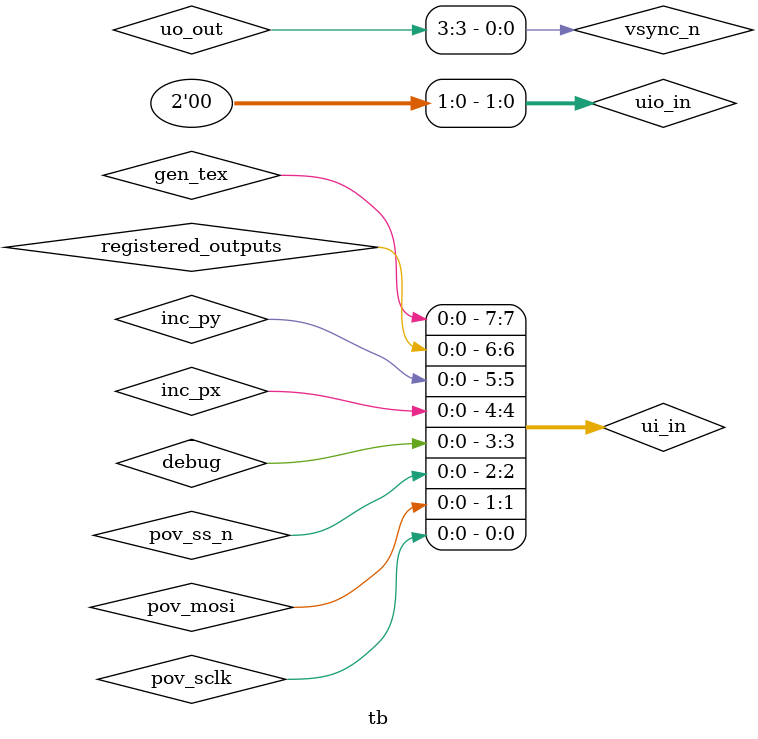
<source format=v>
`default_nettype none
`timescale 1ns / 1ps

/* This testbench just instantiates the module and makes some convenient wires
   that can be driven / tested by the cocotb test.py.
*/
module tb ();

  //NOTE: DON'T write VCD file, because it'd be huge!
  // // Dump the signals to a VCD file. You can view it with gtkwave.
  // initial begin
  //   $dumpfile("tb.vcd");
  //   $dumpvars(0, tb);
  //   #1;
  // end

  // --- Named inputs controlled by test: ---
  // Universal TT07 inputs:
  reg clk;
  reg rst_n;
  reg ena;
  // Specific inputs for raybox-zero:
  reg pov_sclk;
  reg pov_mosi;
  reg pov_ss_n;
  reg debug;
  reg inc_px;
  reg inc_py;
  reg registered_outputs; // aka just 'reg'
  reg gen_tex;
  reg reg_sclk;
  reg reg_mosi;
  reg reg_ss_n;
  // Specific outputs for raybox-zero:
  // RrGgBb and H/Vsync pin ordering is per Tiny VGA PMOD
  // (https://tinytapeout.com/specs/pinouts/#vga-output)
  wire [1:0] rr = {uo_out[0],uo_out[4]};
  wire [1:0] gg = {uo_out[1],uo_out[5]};
  wire [1:0] bb = {uo_out[2],uo_out[6]};
  wire [5:0] rgb = {rr,gg,bb}; // Just used by cocotb test bench for convenient checks.
  wire hsync_n    = uo_out[7];
  wire vsync_n    = uo_out[3];
  //wire o_hblank   = uio_out[0];
  //wire o_vblank   = uio_out[1];
  wire tex_csb    = uio_out[0];
  wire tex_sclk   = uio_out[1];

  // --- DUT's generic IOs from the TT wrapper ---
  wire [7:0] ui_in;       // Dedicated inputs
  wire [7:0] uo_out;      // Dedicated outputs
  wire [7:0] uio_in;      // Bidir IOs: Input path
  wire [7:0] uio_out;     // Bidir IOs: Output path
  wire [7:0] uio_oe;      // Bidir IOs: Enable path (active high: 0=input, 1=output).

  assign ui_in = {
    gen_tex,
    registered_outputs,
    inc_py,
    inc_px,
    debug,
    pov_ss_n,
    pov_mosi,
    pov_sclk
  };

  assign uio_in = {
    tex_io, // [2:0]
    reg_ss_n,
    reg_mosi,
    reg_sclk,
    2'b00 // Unused (outputs only).
  };

  wire [2:0] tex_io;

  assign tex_io[0] =
    (uio_oe[5] == 1)  ? uio_out[5]  // raybox-zero is asserting an output.
                      : 1'bz;       // raybox-zero is reading (or not using).

  tt_um_algofoogle_raybox_zero user_project (

      // Include power ports for the Gate Level test:
`ifdef GL_TEST
      .VPWR(1'b1),
      .VGND(1'b0),
`endif

      .ui_in  (ui_in),    // Dedicated inputs
      .uo_out (uo_out),   // Dedicated outputs
      .uio_in (uio_in),   // IOs: Input path
      .uio_out(uio_out),  // IOs: Output path
      .uio_oe (uio_oe),   // IOs: Enable path (active high: 0=input, 1=output)
      .ena    (ena),      // enable - goes high when design is selected
      .clk    (clk),      // clock
      .rst_n  (rst_n)     // not reset
  );

  // Connect our relevant TT pins to our texture SPI flash ROM:
  W25Q128JVxIM texture_rom(
      .DIO    (tex_io[0]),    // SPI io0 (MOSI) - BIDIRECTIONAL
      .DO     (tex_io[1]),    // SPI io1 (MISO)
      .WPn    (tex_io[2]),    // SPI io2
      //.HOLDn  (1'b1),       // SPI io3. //NOTE: Not used in raybox-zero.
      .CSn    (uio_out[0]),   // SPI /CS
      .CLK    (uio_out[1])    // SPI SCLK
  );


endmodule

</source>
